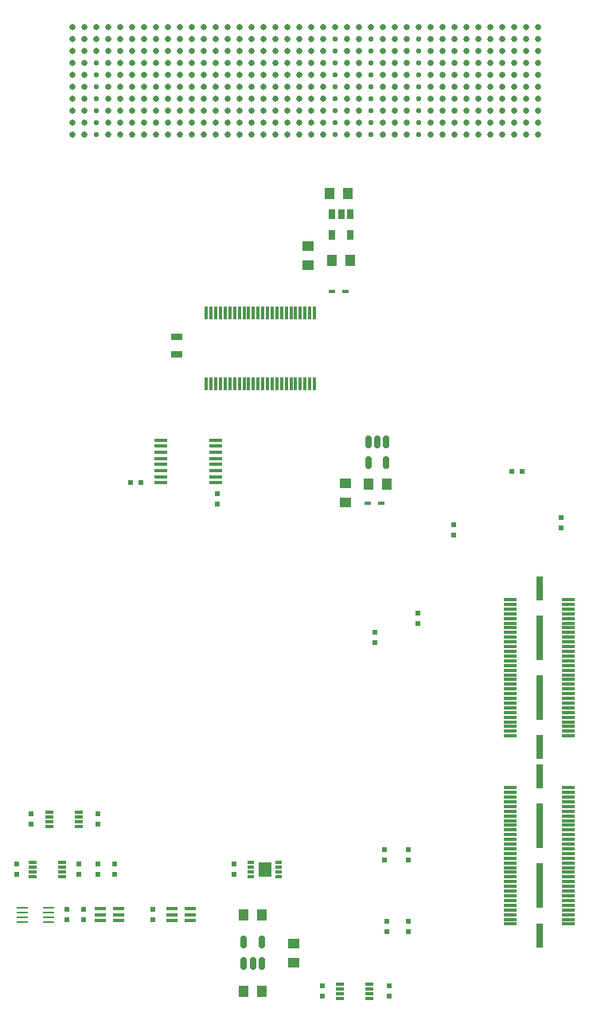
<source format=gbr>
%TF.GenerationSoftware,KiCad,Pcbnew,(6.0.9)*%
%TF.CreationDate,2022-12-19T19:37:01+02:00*%
%TF.ProjectId,FMC_MIPI_v2,464d435f-4d49-4504-995f-76322e6b6963,rev?*%
%TF.SameCoordinates,Original*%
%TF.FileFunction,Paste,Bot*%
%TF.FilePolarity,Positive*%
%FSLAX46Y46*%
G04 Gerber Fmt 4.6, Leading zero omitted, Abs format (unit mm)*
G04 Created by KiCad (PCBNEW (6.0.9)) date 2022-12-19 19:37:01*
%MOMM*%
%LPD*%
G01*
G04 APERTURE LIST*
G04 Aperture macros list*
%AMRoundRect*
0 Rectangle with rounded corners*
0 $1 Rounding radius*
0 $2 $3 $4 $5 $6 $7 $8 $9 X,Y pos of 4 corners*
0 Add a 4 corners polygon primitive as box body*
4,1,4,$2,$3,$4,$5,$6,$7,$8,$9,$2,$3,0*
0 Add four circle primitives for the rounded corners*
1,1,$1+$1,$2,$3*
1,1,$1+$1,$4,$5*
1,1,$1+$1,$6,$7*
1,1,$1+$1,$8,$9*
0 Add four rect primitives between the rounded corners*
20,1,$1+$1,$2,$3,$4,$5,0*
20,1,$1+$1,$4,$5,$6,$7,0*
20,1,$1+$1,$6,$7,$8,$9,0*
20,1,$1+$1,$8,$9,$2,$3,0*%
G04 Aperture macros list end*
%ADD10R,1.200000X0.400000*%
%ADD11R,0.300000X1.475000*%
%ADD12R,0.850000X0.300000*%
%ADD13R,0.750000X0.420000*%
%ADD14R,0.637540X2.540000*%
%ADD15R,0.637540X4.699000*%
%ADD16R,1.447800X0.299720*%
%ADD17R,0.600000X0.500000*%
%ADD18R,0.500000X0.600000*%
%ADD19R,1.000000X1.250000*%
%ADD20R,1.250000X1.000000*%
%ADD21R,1.168400X0.254000*%
%ADD22R,0.800000X0.300000*%
%ADD23R,1.400000X1.600000*%
%ADD24RoundRect,0.150000X0.150000X-0.512500X0.150000X0.512500X-0.150000X0.512500X-0.150000X-0.512500X0*%
%ADD25R,1.300000X0.700000*%
%ADD26R,1.475000X0.450000*%
%ADD27C,0.635000*%
%ADD28C,0.558800*%
%ADD29R,0.650000X1.060000*%
%ADD30RoundRect,0.150000X-0.150000X0.512500X-0.150000X-0.512500X0.150000X-0.512500X0.150000X0.512500X0*%
G04 APERTURE END LIST*
D10*
%TO.C,IC7*%
X110810000Y-129174000D03*
X110810000Y-128524000D03*
X110810000Y-127874000D03*
X112710000Y-127874000D03*
X112710000Y-128524000D03*
X112710000Y-129174000D03*
%TD*%
%TO.C,IC6*%
X103190000Y-129174000D03*
X103190000Y-128524000D03*
X103190000Y-127874000D03*
X105090000Y-127874000D03*
X105090000Y-128524000D03*
X105090000Y-129174000D03*
%TD*%
D11*
%TO.C,U8*%
X114442800Y-64538000D03*
X114942800Y-64538000D03*
X115442800Y-64538000D03*
X115942800Y-64538000D03*
X116442800Y-64538000D03*
X116942800Y-64538000D03*
X117442800Y-64538000D03*
X117942800Y-64538000D03*
X118442800Y-64538000D03*
X118942800Y-64538000D03*
X119442800Y-64538000D03*
X119942800Y-64538000D03*
X120442800Y-64538000D03*
X120942800Y-64538000D03*
X121442800Y-64538000D03*
X121942800Y-64538000D03*
X122442800Y-64538000D03*
X122942800Y-64538000D03*
X123442800Y-64538000D03*
X123942800Y-64538000D03*
X124442800Y-64538000D03*
X124942800Y-64538000D03*
X125442800Y-64538000D03*
X125942800Y-64538000D03*
X125942800Y-72114000D03*
X125442800Y-72114000D03*
X124942800Y-72114000D03*
X124442800Y-72114000D03*
X123942800Y-72114000D03*
X123442800Y-72114000D03*
X122942800Y-72114000D03*
X122442800Y-72114000D03*
X121942800Y-72114000D03*
X121442800Y-72114000D03*
X120942800Y-72114000D03*
X120442800Y-72114000D03*
X119942800Y-72114000D03*
X119442800Y-72114000D03*
X118942800Y-72114000D03*
X118442800Y-72114000D03*
X117942800Y-72114000D03*
X117442800Y-72114000D03*
X116942800Y-72114000D03*
X116442800Y-72114000D03*
X115942800Y-72114000D03*
X115442800Y-72114000D03*
X114942800Y-72114000D03*
X114442800Y-72114000D03*
%TD*%
D12*
%TO.C,IC5*%
X99111000Y-122948000D03*
X99111000Y-123448000D03*
X99111000Y-123948000D03*
X99111000Y-124448000D03*
X95961000Y-124448000D03*
X95961000Y-123948000D03*
X95961000Y-123448000D03*
X95961000Y-122948000D03*
%TD*%
%TO.C,IC4*%
X97739000Y-119114000D03*
X97739000Y-118614000D03*
X97739000Y-118114000D03*
X97739000Y-117614000D03*
X100889000Y-117614000D03*
X100889000Y-118114000D03*
X100889000Y-118614000D03*
X100889000Y-119114000D03*
%TD*%
%TO.C,IC3*%
X128666040Y-137402000D03*
X128666040Y-136902000D03*
X128666040Y-136402000D03*
X128666040Y-135902000D03*
X131816040Y-135902000D03*
X131816040Y-136402000D03*
X131816040Y-136902000D03*
X131816040Y-137402000D03*
%TD*%
D13*
%TO.C,D3*%
X131634000Y-84785200D03*
X133034000Y-84785200D03*
%TD*%
%TO.C,D4*%
X127824000Y-62230000D03*
X129224000Y-62230000D03*
%TD*%
D14*
%TO.C,J2*%
X149860000Y-130710940D03*
D15*
X149860000Y-125442980D03*
X149860000Y-119092980D03*
D14*
X149860000Y-113822480D03*
X149860000Y-110713520D03*
D15*
X149860000Y-105443020D03*
X149860000Y-99093020D03*
D14*
X149860000Y-93825060D03*
D16*
X152948640Y-129517140D03*
X146771360Y-129517140D03*
X152948640Y-129016760D03*
X146771360Y-129016760D03*
X152948640Y-128516380D03*
X146771360Y-128516380D03*
X152948640Y-128016000D03*
X146771360Y-128016000D03*
X152948640Y-127515620D03*
X146771360Y-127515620D03*
X152948640Y-127017780D03*
X146771360Y-127017780D03*
X152948640Y-126517400D03*
X146771360Y-126517400D03*
X152948640Y-126017020D03*
X146771360Y-126017020D03*
X152948640Y-125516640D03*
X146771360Y-125516640D03*
X152948640Y-125016260D03*
X146771360Y-125016260D03*
X152948640Y-124515880D03*
X146771360Y-124515880D03*
X152948640Y-124015500D03*
X146771360Y-124015500D03*
X152948640Y-123517660D03*
X146771360Y-123517660D03*
X152948640Y-123017280D03*
X146771360Y-123017280D03*
X152948640Y-122516900D03*
X146771360Y-122516900D03*
X152948640Y-122016520D03*
X146771360Y-122016520D03*
X152948640Y-121516140D03*
X146771360Y-121516140D03*
X152948640Y-121015760D03*
X146771360Y-121015760D03*
X152948640Y-120517920D03*
X146771360Y-120517920D03*
X152948640Y-120017540D03*
X146771360Y-120017540D03*
X152948640Y-119517160D03*
X146771360Y-119517160D03*
X152948640Y-119016780D03*
X146771360Y-119016780D03*
X152948640Y-118516400D03*
X146771360Y-118516400D03*
X152948640Y-118016020D03*
X146771360Y-118016020D03*
X152948640Y-117515640D03*
X146771360Y-117515640D03*
X152948640Y-117017800D03*
X146771360Y-117017800D03*
X152948640Y-116517420D03*
X146771360Y-116517420D03*
X152948640Y-116017040D03*
X146771360Y-116017040D03*
X152948640Y-115516660D03*
X146771360Y-115516660D03*
X152948640Y-115016280D03*
X146771360Y-115016280D03*
X152948640Y-109519720D03*
X146771360Y-109519720D03*
X152948640Y-109019340D03*
X146771360Y-109019340D03*
X152948640Y-108518960D03*
X146771360Y-108518960D03*
X152948640Y-108018580D03*
X146771360Y-108018580D03*
X152948640Y-107518200D03*
X146771360Y-107518200D03*
X152948640Y-107020360D03*
X146771360Y-107020360D03*
X152948640Y-106519980D03*
X146771360Y-106519980D03*
X152948640Y-106019600D03*
X146771360Y-106019600D03*
X152948640Y-105519220D03*
X146771360Y-105519220D03*
X152948640Y-105018840D03*
X146771360Y-105018840D03*
X152948640Y-104518460D03*
X146771360Y-104518460D03*
X152948640Y-104018080D03*
X146771360Y-104018080D03*
X152948640Y-103520240D03*
X146771360Y-103520240D03*
X152948640Y-103019860D03*
X146771360Y-103019860D03*
X152948640Y-102519480D03*
X146771360Y-102519480D03*
X152948640Y-102019100D03*
X146771360Y-102019100D03*
X152948640Y-101518720D03*
X146771360Y-101518720D03*
X152948640Y-101018340D03*
X146771360Y-101018340D03*
X152948640Y-100520500D03*
X146771360Y-100520500D03*
X152948640Y-100020120D03*
X146771360Y-100020120D03*
X152948640Y-99519740D03*
X146771360Y-99519740D03*
X152948640Y-99019360D03*
X146771360Y-99019360D03*
X152948640Y-98518980D03*
X146771360Y-98518980D03*
X152948640Y-98018600D03*
X146771360Y-98018600D03*
X152948640Y-97518220D03*
X146771360Y-97518220D03*
X152948640Y-97020380D03*
X146771360Y-97020380D03*
X152948640Y-96520000D03*
X146771360Y-96520000D03*
X152948640Y-96019620D03*
X146771360Y-96019620D03*
X152948640Y-95519240D03*
X146771360Y-95519240D03*
X152948640Y-95018860D03*
X146771360Y-95018860D03*
%TD*%
D17*
%TO.C,C21*%
X147997000Y-81407000D03*
X146897000Y-81407000D03*
%TD*%
D18*
%TO.C,C22*%
X152146000Y-86318000D03*
X152146000Y-87418000D03*
%TD*%
%TO.C,C23*%
X140716000Y-87080000D03*
X140716000Y-88180000D03*
%TD*%
%TO.C,C11*%
X126746000Y-136102000D03*
X126746000Y-137202000D03*
%TD*%
%TO.C,C12*%
X133858000Y-137202000D03*
X133858000Y-136102000D03*
%TD*%
%TO.C,C9*%
X133350000Y-122724000D03*
X133350000Y-121624000D03*
%TD*%
%TO.C,C10*%
X133604000Y-129244000D03*
X133604000Y-130344000D03*
%TD*%
%TO.C,C13*%
X135890000Y-129244000D03*
X135890000Y-130344000D03*
%TD*%
%TO.C,C24*%
X135890000Y-122724000D03*
X135890000Y-121624000D03*
%TD*%
%TO.C,C6*%
X102870000Y-123148000D03*
X102870000Y-124248000D03*
%TD*%
D19*
%TO.C,C28*%
X133651500Y-82702400D03*
X131651500Y-82702400D03*
%TD*%
D18*
%TO.C,C20*%
X136906000Y-97578000D03*
X136906000Y-96478000D03*
%TD*%
D20*
%TO.C,C30*%
X129222500Y-84667600D03*
X129222500Y-82667600D03*
%TD*%
D18*
%TO.C,C18*%
X132334000Y-98510000D03*
X132334000Y-99610000D03*
%TD*%
%TO.C,C39*%
X99568000Y-127974000D03*
X99568000Y-129074000D03*
%TD*%
D21*
%TO.C,U2*%
X94894400Y-129274001D03*
X94894400Y-128774000D03*
X94894400Y-128274000D03*
X94894400Y-127773999D03*
X97637600Y-127773999D03*
X97637600Y-128274000D03*
X97637600Y-128774000D03*
X97637600Y-129274001D03*
%TD*%
D18*
%TO.C,C40*%
X108712000Y-127974000D03*
X108712000Y-129074000D03*
%TD*%
%TO.C,C3*%
X117348000Y-123148000D03*
X117348000Y-124248000D03*
%TD*%
%TO.C,C33*%
X102870000Y-118914000D03*
X102870000Y-117814000D03*
%TD*%
%TO.C,C32*%
X95758000Y-117814000D03*
X95758000Y-118914000D03*
%TD*%
%TO.C,C35*%
X94234000Y-123148000D03*
X94234000Y-124248000D03*
%TD*%
D22*
%TO.C,IC2*%
X122100000Y-122948000D03*
X122100000Y-123448000D03*
X122100000Y-123948000D03*
X122100000Y-124448000D03*
X119200000Y-124448000D03*
X119200000Y-123948000D03*
X119200000Y-123448000D03*
X119200000Y-122948000D03*
D23*
X120650000Y-123698000D03*
%TD*%
D18*
%TO.C,C5*%
X104648000Y-123148000D03*
X104648000Y-124248000D03*
%TD*%
%TO.C,C34*%
X100838000Y-124248000D03*
X100838000Y-123148000D03*
%TD*%
D20*
%TO.C,C29*%
X123698000Y-133588000D03*
X123698000Y-131588000D03*
%TD*%
D24*
%TO.C,U1*%
X120330000Y-133725500D03*
X119380000Y-133725500D03*
X118430000Y-133725500D03*
X118430000Y-131450500D03*
X120330000Y-131450500D03*
%TD*%
D19*
%TO.C,C8*%
X118380000Y-128524000D03*
X120380000Y-128524000D03*
%TD*%
%TO.C,C7*%
X118380000Y-136652000D03*
X120380000Y-136652000D03*
%TD*%
D18*
%TO.C,C2*%
X115570000Y-84878000D03*
X115570000Y-83778000D03*
%TD*%
D17*
%TO.C,C1*%
X106384000Y-82550000D03*
X107484000Y-82550000D03*
%TD*%
D25*
%TO.C,R10*%
X111252000Y-67056000D03*
X111252000Y-68956000D03*
%TD*%
D26*
%TO.C,IC1*%
X109596700Y-82602500D03*
X109596700Y-81952500D03*
X109596700Y-81302500D03*
X109596700Y-80652500D03*
X109596700Y-80002500D03*
X109596700Y-79352500D03*
X109596700Y-78702500D03*
X109596700Y-78052500D03*
X115472700Y-78052500D03*
X115472700Y-78702500D03*
X115472700Y-79352500D03*
X115472700Y-80002500D03*
X115472700Y-80652500D03*
X115472700Y-81302500D03*
X115472700Y-81952500D03*
X115472700Y-82602500D03*
%TD*%
D27*
%TO.C,J1*%
X149733000Y-45593000D03*
X148463000Y-45593000D03*
X147193000Y-45593000D03*
X145923000Y-45593000D03*
X144653000Y-45593000D03*
X143383000Y-45593000D03*
X142113000Y-45593000D03*
X140843000Y-45593000D03*
X139573000Y-45593000D03*
X138303000Y-45593000D03*
D28*
X137033000Y-45593000D03*
D27*
X135763000Y-45593000D03*
X134493000Y-45593000D03*
X133223000Y-45593000D03*
D28*
X131953000Y-45593000D03*
D27*
X130683000Y-45593000D03*
X129413000Y-45593000D03*
D28*
X128143000Y-45593000D03*
D27*
X126873000Y-45593000D03*
X125603000Y-45593000D03*
X124333000Y-45593000D03*
X123063000Y-45593000D03*
X121793000Y-45593000D03*
X120523000Y-45593000D03*
X119253000Y-45593000D03*
X117983000Y-45593000D03*
X116713000Y-45593000D03*
X115443000Y-45593000D03*
X114173000Y-45593000D03*
X112903000Y-45593000D03*
X111633000Y-45593000D03*
X110363000Y-45593000D03*
X109093000Y-45593000D03*
X107823000Y-45593000D03*
X106553000Y-45593000D03*
X105283000Y-45593000D03*
X104013000Y-45593000D03*
D28*
X102743000Y-45593000D03*
D27*
X101473000Y-45593000D03*
X100203000Y-45593000D03*
X149733000Y-44323000D03*
X148463000Y-44323000D03*
X147193000Y-44323000D03*
X145923000Y-44323000D03*
X144653000Y-44323000D03*
X143383000Y-44323000D03*
X142113000Y-44323000D03*
X140843000Y-44323000D03*
X139573000Y-44323000D03*
X138303000Y-44323000D03*
D28*
X137033000Y-44323000D03*
D27*
X135763000Y-44323000D03*
X134493000Y-44323000D03*
X133223000Y-44323000D03*
D28*
X131953000Y-44323000D03*
D27*
X130683000Y-44323000D03*
X129413000Y-44323000D03*
D28*
X128143000Y-44323000D03*
D27*
X126873000Y-44323000D03*
X125603000Y-44323000D03*
X124333000Y-44323000D03*
X123063000Y-44323000D03*
X121793000Y-44323000D03*
X120523000Y-44323000D03*
X119253000Y-44323000D03*
X117983000Y-44323000D03*
X116713000Y-44323000D03*
X115443000Y-44323000D03*
X114173000Y-44323000D03*
X112903000Y-44323000D03*
X111633000Y-44323000D03*
X110363000Y-44323000D03*
X109093000Y-44323000D03*
X107823000Y-44323000D03*
X106553000Y-44323000D03*
X105283000Y-44323000D03*
X104013000Y-44323000D03*
D28*
X102743000Y-44323000D03*
D27*
X101473000Y-44323000D03*
X100203000Y-44323000D03*
X149733000Y-43053000D03*
X148463000Y-43053000D03*
X147193000Y-43053000D03*
X145923000Y-43053000D03*
X144653000Y-43053000D03*
X143383000Y-43053000D03*
X142113000Y-43053000D03*
X140843000Y-43053000D03*
X139573000Y-43053000D03*
X138303000Y-43053000D03*
D28*
X137033000Y-43053000D03*
D27*
X135763000Y-43053000D03*
X134493000Y-43053000D03*
X133223000Y-43053000D03*
D28*
X131953000Y-43053000D03*
D27*
X130683000Y-43053000D03*
X129413000Y-43053000D03*
D28*
X128143000Y-43053000D03*
D27*
X126873000Y-43053000D03*
X125603000Y-43053000D03*
X124333000Y-43053000D03*
X123063000Y-43053000D03*
X121793000Y-43053000D03*
X120523000Y-43053000D03*
X119253000Y-43053000D03*
X117983000Y-43053000D03*
X116713000Y-43053000D03*
X115443000Y-43053000D03*
X114173000Y-43053000D03*
X112903000Y-43053000D03*
X111633000Y-43053000D03*
X110363000Y-43053000D03*
X109093000Y-43053000D03*
X107823000Y-43053000D03*
X106553000Y-43053000D03*
X105283000Y-43053000D03*
X104013000Y-43053000D03*
D28*
X102743000Y-43053000D03*
D27*
X101473000Y-43053000D03*
X100203000Y-43053000D03*
X149733000Y-41783000D03*
X148463000Y-41783000D03*
X147193000Y-41783000D03*
X145923000Y-41783000D03*
X144653000Y-41783000D03*
X143383000Y-41783000D03*
X142113000Y-41783000D03*
X140843000Y-41783000D03*
X139573000Y-41783000D03*
X138303000Y-41783000D03*
D28*
X137033000Y-41783000D03*
D27*
X135763000Y-41783000D03*
X134493000Y-41783000D03*
X133223000Y-41783000D03*
D28*
X131953000Y-41783000D03*
D27*
X130683000Y-41783000D03*
X129413000Y-41783000D03*
D28*
X128143000Y-41783000D03*
D27*
X126873000Y-41783000D03*
X125603000Y-41783000D03*
X124333000Y-41783000D03*
X123063000Y-41783000D03*
X121793000Y-41783000D03*
X120523000Y-41783000D03*
X119253000Y-41783000D03*
X117983000Y-41783000D03*
X116713000Y-41783000D03*
X115443000Y-41783000D03*
X114173000Y-41783000D03*
X112903000Y-41783000D03*
X111633000Y-41783000D03*
X110363000Y-41783000D03*
X109093000Y-41783000D03*
X107823000Y-41783000D03*
X106553000Y-41783000D03*
X105283000Y-41783000D03*
X104013000Y-41783000D03*
D28*
X102743000Y-41783000D03*
D27*
X101473000Y-41783000D03*
X100203000Y-41783000D03*
X149733000Y-40513000D03*
X148463000Y-40513000D03*
X147193000Y-40513000D03*
X145923000Y-40513000D03*
X144653000Y-40513000D03*
X143383000Y-40513000D03*
X142113000Y-40513000D03*
X140843000Y-40513000D03*
X139573000Y-40513000D03*
X138303000Y-40513000D03*
D28*
X137033000Y-40513000D03*
D27*
X135763000Y-40513000D03*
X134493000Y-40513000D03*
X133223000Y-40513000D03*
D28*
X131953000Y-40513000D03*
D27*
X130683000Y-40513000D03*
X129413000Y-40513000D03*
D28*
X128143000Y-40513000D03*
D27*
X126873000Y-40513000D03*
X125603000Y-40513000D03*
X124333000Y-40513000D03*
X123063000Y-40513000D03*
X121793000Y-40513000D03*
X120523000Y-40513000D03*
X119253000Y-40513000D03*
X117983000Y-40513000D03*
X116713000Y-40513000D03*
X115443000Y-40513000D03*
X114173000Y-40513000D03*
X112903000Y-40513000D03*
X111633000Y-40513000D03*
X110363000Y-40513000D03*
X109093000Y-40513000D03*
X107823000Y-40513000D03*
X106553000Y-40513000D03*
X105283000Y-40513000D03*
X104013000Y-40513000D03*
D28*
X102743000Y-40513000D03*
D27*
X101473000Y-40513000D03*
X100203000Y-40513000D03*
X149733000Y-39243000D03*
X148463000Y-39243000D03*
X147193000Y-39243000D03*
X145923000Y-39243000D03*
X144653000Y-39243000D03*
X143383000Y-39243000D03*
X142113000Y-39243000D03*
X140843000Y-39243000D03*
X139573000Y-39243000D03*
X138303000Y-39243000D03*
D28*
X137033000Y-39243000D03*
D27*
X135763000Y-39243000D03*
X134493000Y-39243000D03*
X133223000Y-39243000D03*
D28*
X131953000Y-39243000D03*
D27*
X130683000Y-39243000D03*
X129413000Y-39243000D03*
D28*
X128143000Y-39243000D03*
D27*
X126873000Y-39243000D03*
X125603000Y-39243000D03*
X124333000Y-39243000D03*
X123063000Y-39243000D03*
X121793000Y-39243000D03*
X120523000Y-39243000D03*
X119253000Y-39243000D03*
X117983000Y-39243000D03*
X116713000Y-39243000D03*
X115443000Y-39243000D03*
X114173000Y-39243000D03*
X112903000Y-39243000D03*
X111633000Y-39243000D03*
X110363000Y-39243000D03*
X109093000Y-39243000D03*
X107823000Y-39243000D03*
X106553000Y-39243000D03*
X105283000Y-39243000D03*
X104013000Y-39243000D03*
D28*
X102743000Y-39243000D03*
D27*
X101473000Y-39243000D03*
X100203000Y-39243000D03*
X149733000Y-37973000D03*
X148463000Y-37973000D03*
X147193000Y-37973000D03*
X145923000Y-37973000D03*
X144653000Y-37973000D03*
X143383000Y-37973000D03*
X142113000Y-37973000D03*
X140843000Y-37973000D03*
X139573000Y-37973000D03*
X138303000Y-37973000D03*
D28*
X137033000Y-37973000D03*
D27*
X135763000Y-37973000D03*
X134493000Y-37973000D03*
X133223000Y-37973000D03*
D28*
X131953000Y-37973000D03*
D27*
X130683000Y-37973000D03*
X129413000Y-37973000D03*
D28*
X128143000Y-37973000D03*
D27*
X126873000Y-37973000D03*
X125603000Y-37973000D03*
X124333000Y-37973000D03*
X123063000Y-37973000D03*
X121793000Y-37973000D03*
X120523000Y-37973000D03*
X119253000Y-37973000D03*
X117983000Y-37973000D03*
X116713000Y-37973000D03*
X115443000Y-37973000D03*
X114173000Y-37973000D03*
X112903000Y-37973000D03*
X111633000Y-37973000D03*
X110363000Y-37973000D03*
X109093000Y-37973000D03*
X107823000Y-37973000D03*
X106553000Y-37973000D03*
X105283000Y-37973000D03*
X104013000Y-37973000D03*
D28*
X102743000Y-37973000D03*
D27*
X101473000Y-37973000D03*
X100203000Y-37973000D03*
X149733000Y-36703000D03*
X148463000Y-36703000D03*
X147193000Y-36703000D03*
X145923000Y-36703000D03*
X144653000Y-36703000D03*
X143383000Y-36703000D03*
X142113000Y-36703000D03*
X140843000Y-36703000D03*
X139573000Y-36703000D03*
X138303000Y-36703000D03*
D28*
X137033000Y-36703000D03*
D27*
X135763000Y-36703000D03*
X134493000Y-36703000D03*
X133223000Y-36703000D03*
D28*
X131953000Y-36703000D03*
D27*
X130683000Y-36703000D03*
X129413000Y-36703000D03*
D28*
X128143000Y-36703000D03*
D27*
X126873000Y-36703000D03*
X125603000Y-36703000D03*
X124333000Y-36703000D03*
X123063000Y-36703000D03*
X121793000Y-36703000D03*
X120523000Y-36703000D03*
X119253000Y-36703000D03*
X117983000Y-36703000D03*
X116713000Y-36703000D03*
X115443000Y-36703000D03*
X114173000Y-36703000D03*
X112903000Y-36703000D03*
X111633000Y-36703000D03*
X110363000Y-36703000D03*
X109093000Y-36703000D03*
X107823000Y-36703000D03*
X106553000Y-36703000D03*
X105283000Y-36703000D03*
X104013000Y-36703000D03*
X102743000Y-36703000D03*
X101473000Y-36703000D03*
X100203000Y-36703000D03*
X149733000Y-35433000D03*
X148463000Y-35433000D03*
X147193000Y-35433000D03*
X145923000Y-35433000D03*
X144653000Y-35433000D03*
X143383000Y-35433000D03*
X142113000Y-35433000D03*
X140843000Y-35433000D03*
X139573000Y-35433000D03*
X138303000Y-35433000D03*
D28*
X137033000Y-35433000D03*
D27*
X135763000Y-35433000D03*
X134493000Y-35433000D03*
X133223000Y-35433000D03*
D28*
X131953000Y-35433000D03*
D27*
X130683000Y-35433000D03*
X129413000Y-35433000D03*
D28*
X128143000Y-35433000D03*
D27*
X126873000Y-35433000D03*
X125603000Y-35433000D03*
X124333000Y-35433000D03*
X123063000Y-35433000D03*
X121793000Y-35433000D03*
X120523000Y-35433000D03*
X119253000Y-35433000D03*
X117983000Y-35433000D03*
X116713000Y-35433000D03*
X115443000Y-35433000D03*
X114173000Y-35433000D03*
X112903000Y-35433000D03*
X111633000Y-35433000D03*
X110363000Y-35433000D03*
X109093000Y-35433000D03*
X107823000Y-35433000D03*
X106553000Y-35433000D03*
X105283000Y-35433000D03*
X104013000Y-35433000D03*
X102743000Y-35433000D03*
X101473000Y-35433000D03*
X100203000Y-35433000D03*
X149733000Y-34163000D03*
X148463000Y-34163000D03*
X147193000Y-34163000D03*
X145923000Y-34163000D03*
X144653000Y-34163000D03*
X143383000Y-34163000D03*
X142113000Y-34163000D03*
X140843000Y-34163000D03*
X139573000Y-34163000D03*
X138303000Y-34163000D03*
X137033000Y-34163000D03*
X135763000Y-34163000D03*
X134493000Y-34163000D03*
X133223000Y-34163000D03*
X131953000Y-34163000D03*
X130683000Y-34163000D03*
X129413000Y-34163000D03*
X128143000Y-34163000D03*
X126873000Y-34163000D03*
X125603000Y-34163000D03*
X124333000Y-34163000D03*
X123063000Y-34163000D03*
X121793000Y-34163000D03*
X120523000Y-34163000D03*
X119253000Y-34163000D03*
X117983000Y-34163000D03*
X116713000Y-34163000D03*
X115443000Y-34163000D03*
X114173000Y-34163000D03*
X112903000Y-34163000D03*
X111633000Y-34163000D03*
X110363000Y-34163000D03*
X109093000Y-34163000D03*
X107823000Y-34163000D03*
X106553000Y-34163000D03*
X105283000Y-34163000D03*
X104013000Y-34163000D03*
X102743000Y-34163000D03*
X101473000Y-34163000D03*
X100203000Y-34163000D03*
%TD*%
D19*
%TO.C,C26*%
X129778000Y-58928000D03*
X127778000Y-58928000D03*
%TD*%
D29*
%TO.C,U4*%
X127828000Y-54018000D03*
X128778000Y-54018000D03*
X129728000Y-54018000D03*
X129728000Y-56218000D03*
X127828000Y-56218000D03*
%TD*%
D20*
%TO.C,C31*%
X125222000Y-59420000D03*
X125222000Y-57420000D03*
%TD*%
D19*
%TO.C,C25*%
X129524000Y-51816000D03*
X127524000Y-51816000D03*
%TD*%
D18*
%TO.C,C36*%
X101346000Y-127974000D03*
X101346000Y-129074000D03*
%TD*%
D30*
%TO.C,U7*%
X131672301Y-78217499D03*
X132622301Y-78217499D03*
X133572301Y-78217499D03*
X133572301Y-80492499D03*
X131672301Y-80492499D03*
%TD*%
M02*

</source>
